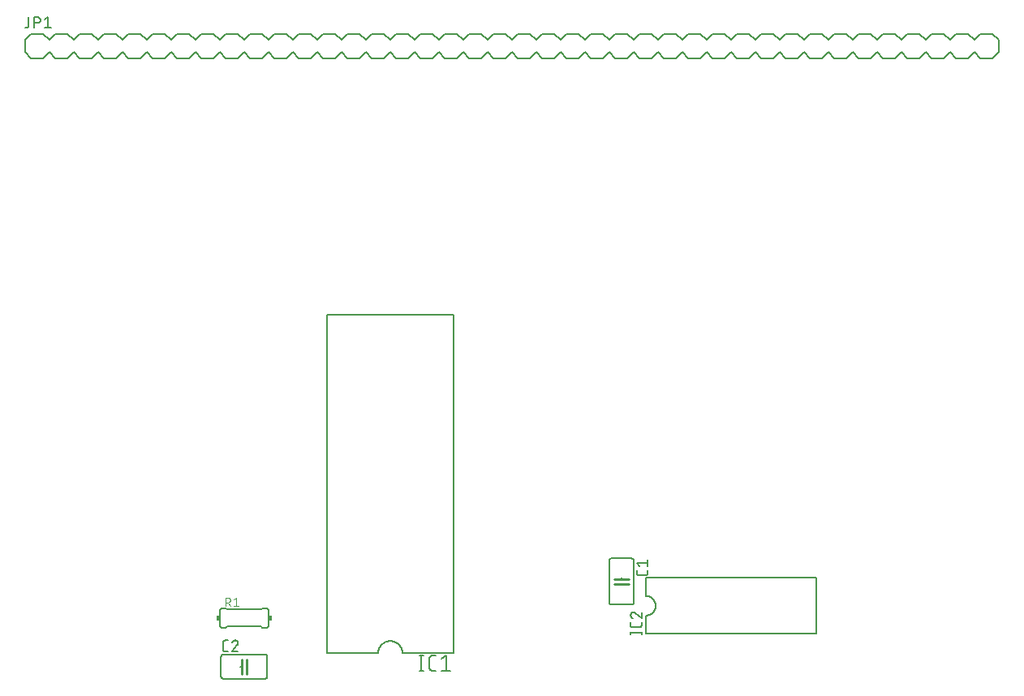
<source format=gbr>
G04 EAGLE Gerber RS-274X export*
G75*
%MOMM*%
%FSLAX34Y34*%
%LPD*%
%INSilkscreen Top*%
%IPPOS*%
%AMOC8*
5,1,8,0,0,1.08239X$1,22.5*%
G01*
%ADD10C,0.152400*%
%ADD11C,0.254000*%
%ADD12C,0.127000*%
%ADD13C,0.177800*%
%ADD14R,0.381000X0.508000*%
%ADD15C,0.101600*%


D10*
X647700Y339090D02*
X647700Y295910D01*
X622300Y295910D02*
X622300Y339090D01*
X624840Y293370D02*
X645160Y293370D01*
X645160Y341630D02*
X624840Y341630D01*
X647700Y295910D02*
X647698Y295810D01*
X647692Y295711D01*
X647682Y295611D01*
X647669Y295513D01*
X647651Y295414D01*
X647630Y295317D01*
X647605Y295221D01*
X647576Y295125D01*
X647543Y295031D01*
X647507Y294938D01*
X647467Y294847D01*
X647423Y294757D01*
X647376Y294669D01*
X647326Y294583D01*
X647272Y294499D01*
X647215Y294417D01*
X647155Y294338D01*
X647091Y294260D01*
X647025Y294186D01*
X646956Y294114D01*
X646884Y294045D01*
X646810Y293979D01*
X646732Y293915D01*
X646653Y293855D01*
X646571Y293798D01*
X646487Y293744D01*
X646401Y293694D01*
X646313Y293647D01*
X646223Y293603D01*
X646132Y293563D01*
X646039Y293527D01*
X645945Y293494D01*
X645849Y293465D01*
X645753Y293440D01*
X645656Y293419D01*
X645557Y293401D01*
X645459Y293388D01*
X645359Y293378D01*
X645260Y293372D01*
X645160Y293370D01*
X647700Y339090D02*
X647698Y339190D01*
X647692Y339289D01*
X647682Y339389D01*
X647669Y339487D01*
X647651Y339586D01*
X647630Y339683D01*
X647605Y339779D01*
X647576Y339875D01*
X647543Y339969D01*
X647507Y340062D01*
X647467Y340153D01*
X647423Y340243D01*
X647376Y340331D01*
X647326Y340417D01*
X647272Y340501D01*
X647215Y340583D01*
X647155Y340662D01*
X647091Y340740D01*
X647025Y340814D01*
X646956Y340886D01*
X646884Y340955D01*
X646810Y341021D01*
X646732Y341085D01*
X646653Y341145D01*
X646571Y341202D01*
X646487Y341256D01*
X646401Y341306D01*
X646313Y341353D01*
X646223Y341397D01*
X646132Y341437D01*
X646039Y341473D01*
X645945Y341506D01*
X645849Y341535D01*
X645753Y341560D01*
X645656Y341581D01*
X645557Y341599D01*
X645459Y341612D01*
X645359Y341622D01*
X645260Y341628D01*
X645160Y341630D01*
X622300Y295910D02*
X622302Y295810D01*
X622308Y295711D01*
X622318Y295611D01*
X622331Y295513D01*
X622349Y295414D01*
X622370Y295317D01*
X622395Y295221D01*
X622424Y295125D01*
X622457Y295031D01*
X622493Y294938D01*
X622533Y294847D01*
X622577Y294757D01*
X622624Y294669D01*
X622674Y294583D01*
X622728Y294499D01*
X622785Y294417D01*
X622845Y294338D01*
X622909Y294260D01*
X622975Y294186D01*
X623044Y294114D01*
X623116Y294045D01*
X623190Y293979D01*
X623268Y293915D01*
X623347Y293855D01*
X623429Y293798D01*
X623513Y293744D01*
X623599Y293694D01*
X623687Y293647D01*
X623777Y293603D01*
X623868Y293563D01*
X623961Y293527D01*
X624055Y293494D01*
X624151Y293465D01*
X624247Y293440D01*
X624344Y293419D01*
X624443Y293401D01*
X624541Y293388D01*
X624641Y293378D01*
X624740Y293372D01*
X624840Y293370D01*
X622300Y339090D02*
X622302Y339190D01*
X622308Y339289D01*
X622318Y339389D01*
X622331Y339487D01*
X622349Y339586D01*
X622370Y339683D01*
X622395Y339779D01*
X622424Y339875D01*
X622457Y339969D01*
X622493Y340062D01*
X622533Y340153D01*
X622577Y340243D01*
X622624Y340331D01*
X622674Y340417D01*
X622728Y340501D01*
X622785Y340583D01*
X622845Y340662D01*
X622909Y340740D01*
X622975Y340814D01*
X623044Y340886D01*
X623116Y340955D01*
X623190Y341021D01*
X623268Y341085D01*
X623347Y341145D01*
X623429Y341202D01*
X623513Y341256D01*
X623599Y341306D01*
X623687Y341353D01*
X623777Y341397D01*
X623868Y341437D01*
X623961Y341473D01*
X624055Y341506D01*
X624151Y341535D01*
X624247Y341560D01*
X624344Y341581D01*
X624443Y341599D01*
X624541Y341612D01*
X624641Y341622D01*
X624740Y341628D01*
X624840Y341630D01*
X635000Y314960D02*
X635000Y313690D01*
D11*
X635000Y314960D02*
X642620Y314960D01*
X635000Y314960D02*
X627380Y314960D01*
X635000Y320040D02*
X642620Y320040D01*
X635000Y320040D02*
X627380Y320040D01*
D10*
X635000Y320040D02*
X635000Y321310D01*
D12*
X662305Y326353D02*
X662305Y328893D01*
X662305Y326353D02*
X662303Y326253D01*
X662297Y326154D01*
X662287Y326054D01*
X662274Y325956D01*
X662256Y325857D01*
X662235Y325760D01*
X662210Y325664D01*
X662181Y325568D01*
X662148Y325474D01*
X662112Y325381D01*
X662072Y325290D01*
X662028Y325200D01*
X661981Y325112D01*
X661931Y325026D01*
X661877Y324942D01*
X661820Y324860D01*
X661760Y324781D01*
X661696Y324703D01*
X661630Y324629D01*
X661561Y324557D01*
X661489Y324488D01*
X661415Y324422D01*
X661337Y324358D01*
X661258Y324298D01*
X661176Y324241D01*
X661092Y324187D01*
X661006Y324137D01*
X660918Y324090D01*
X660828Y324046D01*
X660737Y324006D01*
X660644Y323970D01*
X660550Y323937D01*
X660454Y323908D01*
X660358Y323883D01*
X660261Y323862D01*
X660162Y323844D01*
X660064Y323831D01*
X659964Y323821D01*
X659865Y323815D01*
X659765Y323813D01*
X653415Y323813D01*
X653315Y323815D01*
X653216Y323821D01*
X653116Y323831D01*
X653018Y323844D01*
X652919Y323862D01*
X652822Y323883D01*
X652726Y323908D01*
X652630Y323937D01*
X652536Y323970D01*
X652443Y324006D01*
X652352Y324046D01*
X652262Y324090D01*
X652174Y324137D01*
X652088Y324187D01*
X652004Y324241D01*
X651922Y324298D01*
X651843Y324358D01*
X651765Y324422D01*
X651691Y324488D01*
X651619Y324557D01*
X651550Y324629D01*
X651484Y324703D01*
X651420Y324781D01*
X651360Y324860D01*
X651303Y324942D01*
X651249Y325026D01*
X651199Y325112D01*
X651152Y325200D01*
X651108Y325290D01*
X651068Y325381D01*
X651032Y325474D01*
X650999Y325568D01*
X650970Y325664D01*
X650945Y325760D01*
X650924Y325857D01*
X650906Y325956D01*
X650893Y326054D01*
X650883Y326154D01*
X650877Y326253D01*
X650875Y326353D01*
X650875Y328893D01*
X653415Y333375D02*
X650875Y336550D01*
X662305Y336550D01*
X662305Y333375D02*
X662305Y339725D01*
D10*
X262890Y241300D02*
X219710Y241300D01*
X219710Y215900D02*
X262890Y215900D01*
X265430Y218440D02*
X265430Y238760D01*
X217170Y238760D02*
X217170Y218440D01*
X262890Y241300D02*
X262990Y241298D01*
X263089Y241292D01*
X263189Y241282D01*
X263287Y241269D01*
X263386Y241251D01*
X263483Y241230D01*
X263579Y241205D01*
X263675Y241176D01*
X263769Y241143D01*
X263862Y241107D01*
X263953Y241067D01*
X264043Y241023D01*
X264131Y240976D01*
X264217Y240926D01*
X264301Y240872D01*
X264383Y240815D01*
X264462Y240755D01*
X264540Y240691D01*
X264614Y240625D01*
X264686Y240556D01*
X264755Y240484D01*
X264821Y240410D01*
X264885Y240332D01*
X264945Y240253D01*
X265002Y240171D01*
X265056Y240087D01*
X265106Y240001D01*
X265153Y239913D01*
X265197Y239823D01*
X265237Y239732D01*
X265273Y239639D01*
X265306Y239545D01*
X265335Y239449D01*
X265360Y239353D01*
X265381Y239256D01*
X265399Y239157D01*
X265412Y239059D01*
X265422Y238959D01*
X265428Y238860D01*
X265430Y238760D01*
X219710Y241300D02*
X219610Y241298D01*
X219511Y241292D01*
X219411Y241282D01*
X219313Y241269D01*
X219214Y241251D01*
X219117Y241230D01*
X219021Y241205D01*
X218925Y241176D01*
X218831Y241143D01*
X218738Y241107D01*
X218647Y241067D01*
X218557Y241023D01*
X218469Y240976D01*
X218383Y240926D01*
X218299Y240872D01*
X218217Y240815D01*
X218138Y240755D01*
X218060Y240691D01*
X217986Y240625D01*
X217914Y240556D01*
X217845Y240484D01*
X217779Y240410D01*
X217715Y240332D01*
X217655Y240253D01*
X217598Y240171D01*
X217544Y240087D01*
X217494Y240001D01*
X217447Y239913D01*
X217403Y239823D01*
X217363Y239732D01*
X217327Y239639D01*
X217294Y239545D01*
X217265Y239449D01*
X217240Y239353D01*
X217219Y239256D01*
X217201Y239157D01*
X217188Y239059D01*
X217178Y238959D01*
X217172Y238860D01*
X217170Y238760D01*
X262890Y215900D02*
X262990Y215902D01*
X263089Y215908D01*
X263189Y215918D01*
X263287Y215931D01*
X263386Y215949D01*
X263483Y215970D01*
X263579Y215995D01*
X263675Y216024D01*
X263769Y216057D01*
X263862Y216093D01*
X263953Y216133D01*
X264043Y216177D01*
X264131Y216224D01*
X264217Y216274D01*
X264301Y216328D01*
X264383Y216385D01*
X264462Y216445D01*
X264540Y216509D01*
X264614Y216575D01*
X264686Y216644D01*
X264755Y216716D01*
X264821Y216790D01*
X264885Y216868D01*
X264945Y216947D01*
X265002Y217029D01*
X265056Y217113D01*
X265106Y217199D01*
X265153Y217287D01*
X265197Y217377D01*
X265237Y217468D01*
X265273Y217561D01*
X265306Y217655D01*
X265335Y217751D01*
X265360Y217847D01*
X265381Y217944D01*
X265399Y218043D01*
X265412Y218141D01*
X265422Y218241D01*
X265428Y218340D01*
X265430Y218440D01*
X219710Y215900D02*
X219610Y215902D01*
X219511Y215908D01*
X219411Y215918D01*
X219313Y215931D01*
X219214Y215949D01*
X219117Y215970D01*
X219021Y215995D01*
X218925Y216024D01*
X218831Y216057D01*
X218738Y216093D01*
X218647Y216133D01*
X218557Y216177D01*
X218469Y216224D01*
X218383Y216274D01*
X218299Y216328D01*
X218217Y216385D01*
X218138Y216445D01*
X218060Y216509D01*
X217986Y216575D01*
X217914Y216644D01*
X217845Y216716D01*
X217779Y216790D01*
X217715Y216868D01*
X217655Y216947D01*
X217598Y217029D01*
X217544Y217113D01*
X217494Y217199D01*
X217447Y217287D01*
X217403Y217377D01*
X217363Y217468D01*
X217327Y217561D01*
X217294Y217655D01*
X217265Y217751D01*
X217240Y217847D01*
X217219Y217944D01*
X217201Y218043D01*
X217188Y218141D01*
X217178Y218241D01*
X217172Y218340D01*
X217170Y218440D01*
X243840Y228600D02*
X245110Y228600D01*
D11*
X243840Y228600D02*
X243840Y236220D01*
X243840Y228600D02*
X243840Y220980D01*
X238760Y228600D02*
X238760Y236220D01*
X238760Y228600D02*
X238760Y220980D01*
D10*
X238760Y228600D02*
X237490Y228600D01*
D12*
X224155Y244475D02*
X221615Y244475D01*
X221515Y244477D01*
X221416Y244483D01*
X221316Y244493D01*
X221218Y244506D01*
X221119Y244524D01*
X221022Y244545D01*
X220926Y244570D01*
X220830Y244599D01*
X220736Y244632D01*
X220643Y244668D01*
X220552Y244708D01*
X220462Y244752D01*
X220374Y244799D01*
X220288Y244849D01*
X220204Y244903D01*
X220122Y244960D01*
X220043Y245020D01*
X219965Y245084D01*
X219891Y245150D01*
X219819Y245219D01*
X219750Y245291D01*
X219684Y245365D01*
X219620Y245443D01*
X219560Y245522D01*
X219503Y245604D01*
X219449Y245688D01*
X219399Y245774D01*
X219352Y245862D01*
X219308Y245952D01*
X219268Y246043D01*
X219232Y246136D01*
X219199Y246230D01*
X219170Y246326D01*
X219145Y246422D01*
X219124Y246519D01*
X219106Y246618D01*
X219093Y246716D01*
X219083Y246816D01*
X219077Y246915D01*
X219075Y247015D01*
X219075Y253365D01*
X219077Y253465D01*
X219083Y253564D01*
X219093Y253664D01*
X219106Y253762D01*
X219124Y253861D01*
X219145Y253958D01*
X219170Y254054D01*
X219199Y254150D01*
X219232Y254244D01*
X219268Y254337D01*
X219308Y254428D01*
X219352Y254518D01*
X219399Y254606D01*
X219449Y254692D01*
X219503Y254776D01*
X219560Y254858D01*
X219620Y254937D01*
X219684Y255015D01*
X219750Y255089D01*
X219819Y255161D01*
X219891Y255230D01*
X219965Y255296D01*
X220043Y255360D01*
X220122Y255420D01*
X220204Y255477D01*
X220288Y255531D01*
X220374Y255581D01*
X220462Y255628D01*
X220552Y255672D01*
X220643Y255712D01*
X220736Y255748D01*
X220830Y255781D01*
X220926Y255810D01*
X221022Y255835D01*
X221119Y255856D01*
X221218Y255874D01*
X221316Y255887D01*
X221416Y255897D01*
X221515Y255903D01*
X221615Y255905D01*
X224155Y255905D01*
X232130Y255906D02*
X232234Y255904D01*
X232339Y255898D01*
X232443Y255889D01*
X232546Y255876D01*
X232649Y255858D01*
X232751Y255838D01*
X232853Y255813D01*
X232953Y255785D01*
X233053Y255753D01*
X233151Y255717D01*
X233248Y255678D01*
X233343Y255636D01*
X233437Y255590D01*
X233529Y255540D01*
X233619Y255488D01*
X233707Y255432D01*
X233793Y255372D01*
X233877Y255310D01*
X233958Y255245D01*
X234037Y255177D01*
X234114Y255105D01*
X234187Y255032D01*
X234259Y254955D01*
X234327Y254876D01*
X234392Y254795D01*
X234454Y254711D01*
X234514Y254625D01*
X234570Y254537D01*
X234622Y254447D01*
X234672Y254355D01*
X234718Y254261D01*
X234760Y254166D01*
X234799Y254069D01*
X234835Y253971D01*
X234867Y253871D01*
X234895Y253771D01*
X234920Y253669D01*
X234940Y253567D01*
X234958Y253464D01*
X234971Y253361D01*
X234980Y253257D01*
X234986Y253152D01*
X234988Y253048D01*
X232130Y255905D02*
X232012Y255903D01*
X231893Y255897D01*
X231775Y255888D01*
X231658Y255875D01*
X231541Y255857D01*
X231424Y255837D01*
X231308Y255812D01*
X231193Y255784D01*
X231080Y255751D01*
X230967Y255716D01*
X230855Y255676D01*
X230745Y255634D01*
X230636Y255587D01*
X230528Y255537D01*
X230423Y255484D01*
X230319Y255427D01*
X230217Y255367D01*
X230117Y255304D01*
X230019Y255237D01*
X229923Y255168D01*
X229830Y255095D01*
X229739Y255019D01*
X229650Y254941D01*
X229564Y254859D01*
X229481Y254775D01*
X229400Y254689D01*
X229323Y254599D01*
X229248Y254508D01*
X229176Y254414D01*
X229107Y254317D01*
X229042Y254219D01*
X228979Y254118D01*
X228920Y254015D01*
X228864Y253911D01*
X228812Y253805D01*
X228763Y253697D01*
X228718Y253588D01*
X228676Y253477D01*
X228638Y253365D01*
X234035Y250826D02*
X234111Y250901D01*
X234186Y250980D01*
X234257Y251061D01*
X234326Y251145D01*
X234391Y251231D01*
X234453Y251319D01*
X234513Y251409D01*
X234569Y251501D01*
X234622Y251596D01*
X234671Y251692D01*
X234717Y251790D01*
X234760Y251889D01*
X234799Y251990D01*
X234834Y252092D01*
X234866Y252195D01*
X234894Y252299D01*
X234919Y252404D01*
X234940Y252511D01*
X234957Y252617D01*
X234970Y252724D01*
X234979Y252832D01*
X234985Y252940D01*
X234987Y253048D01*
X234035Y250825D02*
X228637Y244475D01*
X234987Y244475D01*
D10*
X406400Y242570D02*
X459740Y242570D01*
X406400Y242570D02*
X406396Y242879D01*
X406385Y243188D01*
X406366Y243497D01*
X406340Y243805D01*
X406306Y244113D01*
X406265Y244419D01*
X406216Y244725D01*
X406160Y245029D01*
X406096Y245331D01*
X406025Y245632D01*
X405947Y245932D01*
X405862Y246229D01*
X405769Y246524D01*
X405669Y246817D01*
X405562Y247107D01*
X405448Y247394D01*
X405327Y247679D01*
X405199Y247961D01*
X405065Y248239D01*
X404923Y248514D01*
X404775Y248786D01*
X404620Y249053D01*
X404459Y249317D01*
X404292Y249577D01*
X404118Y249833D01*
X403938Y250085D01*
X403752Y250332D01*
X403560Y250574D01*
X403362Y250812D01*
X403159Y251045D01*
X402949Y251273D01*
X402735Y251495D01*
X402515Y251713D01*
X402289Y251925D01*
X402059Y252131D01*
X401824Y252332D01*
X401584Y252527D01*
X401339Y252716D01*
X401090Y252899D01*
X400836Y253076D01*
X400578Y253246D01*
X400316Y253411D01*
X400050Y253569D01*
X399780Y253720D01*
X399507Y253865D01*
X399230Y254003D01*
X398950Y254134D01*
X398667Y254258D01*
X398381Y254376D01*
X398092Y254486D01*
X397801Y254590D01*
X397507Y254686D01*
X397211Y254775D01*
X396912Y254857D01*
X396612Y254932D01*
X396310Y254999D01*
X396007Y255059D01*
X395702Y255111D01*
X395396Y255156D01*
X395089Y255194D01*
X394781Y255224D01*
X394473Y255246D01*
X394164Y255262D01*
X393855Y255269D01*
X393545Y255269D01*
X393236Y255262D01*
X392927Y255246D01*
X392619Y255224D01*
X392311Y255194D01*
X392004Y255156D01*
X391698Y255111D01*
X391393Y255059D01*
X391090Y254999D01*
X390788Y254932D01*
X390488Y254857D01*
X390189Y254775D01*
X389893Y254686D01*
X389599Y254590D01*
X389308Y254486D01*
X389019Y254376D01*
X388733Y254258D01*
X388450Y254134D01*
X388170Y254003D01*
X387893Y253865D01*
X387620Y253720D01*
X387350Y253569D01*
X387084Y253411D01*
X386822Y253246D01*
X386564Y253076D01*
X386310Y252899D01*
X386061Y252716D01*
X385816Y252527D01*
X385576Y252332D01*
X385341Y252131D01*
X385111Y251925D01*
X384885Y251713D01*
X384665Y251495D01*
X384451Y251273D01*
X384241Y251045D01*
X384038Y250812D01*
X383840Y250574D01*
X383648Y250332D01*
X383462Y250085D01*
X383282Y249833D01*
X383108Y249577D01*
X382941Y249317D01*
X382780Y249053D01*
X382625Y248786D01*
X382477Y248514D01*
X382335Y248239D01*
X382201Y247961D01*
X382073Y247679D01*
X381952Y247394D01*
X381838Y247107D01*
X381731Y246817D01*
X381631Y246524D01*
X381538Y246229D01*
X381453Y245932D01*
X381375Y245632D01*
X381304Y245331D01*
X381240Y245029D01*
X381184Y244725D01*
X381135Y244419D01*
X381094Y244113D01*
X381060Y243805D01*
X381034Y243497D01*
X381015Y243188D01*
X381004Y242879D01*
X381000Y242570D01*
X327660Y595630D02*
X459740Y595630D01*
X381000Y242570D02*
X327660Y242570D01*
X327660Y595630D01*
X459740Y595630D02*
X459740Y242570D01*
D13*
X426335Y240411D02*
X426335Y224409D01*
X424557Y224409D02*
X428113Y224409D01*
X428113Y240411D02*
X424557Y240411D01*
X437907Y224409D02*
X441463Y224409D01*
X437907Y224409D02*
X437791Y224411D01*
X437674Y224417D01*
X437558Y224426D01*
X437443Y224439D01*
X437328Y224456D01*
X437213Y224477D01*
X437100Y224502D01*
X436987Y224530D01*
X436875Y224562D01*
X436764Y224598D01*
X436654Y224637D01*
X436546Y224680D01*
X436439Y224726D01*
X436334Y224776D01*
X436231Y224829D01*
X436129Y224885D01*
X436029Y224945D01*
X435931Y225008D01*
X435836Y225075D01*
X435742Y225144D01*
X435651Y225216D01*
X435562Y225291D01*
X435476Y225370D01*
X435393Y225451D01*
X435312Y225534D01*
X435233Y225620D01*
X435158Y225709D01*
X435086Y225800D01*
X435017Y225894D01*
X434950Y225989D01*
X434887Y226087D01*
X434827Y226187D01*
X434771Y226289D01*
X434718Y226392D01*
X434668Y226497D01*
X434622Y226604D01*
X434579Y226712D01*
X434540Y226822D01*
X434504Y226933D01*
X434472Y227045D01*
X434444Y227158D01*
X434419Y227271D01*
X434398Y227386D01*
X434381Y227501D01*
X434368Y227616D01*
X434359Y227732D01*
X434353Y227849D01*
X434351Y227965D01*
X434351Y236855D01*
X434353Y236971D01*
X434359Y237088D01*
X434368Y237204D01*
X434381Y237319D01*
X434398Y237434D01*
X434419Y237549D01*
X434444Y237662D01*
X434472Y237775D01*
X434504Y237887D01*
X434540Y237998D01*
X434579Y238108D01*
X434622Y238216D01*
X434668Y238323D01*
X434718Y238428D01*
X434771Y238531D01*
X434827Y238633D01*
X434887Y238733D01*
X434950Y238831D01*
X435017Y238926D01*
X435086Y239020D01*
X435158Y239111D01*
X435233Y239200D01*
X435312Y239286D01*
X435393Y239369D01*
X435476Y239450D01*
X435562Y239529D01*
X435651Y239604D01*
X435742Y239676D01*
X435836Y239745D01*
X435931Y239812D01*
X436029Y239875D01*
X436129Y239935D01*
X436231Y239991D01*
X436334Y240044D01*
X436439Y240094D01*
X436546Y240140D01*
X436654Y240183D01*
X436764Y240222D01*
X436875Y240258D01*
X436987Y240290D01*
X437100Y240318D01*
X437213Y240343D01*
X437328Y240364D01*
X437443Y240381D01*
X437558Y240394D01*
X437674Y240403D01*
X437791Y240409D01*
X437907Y240411D01*
X441463Y240411D01*
X447421Y236855D02*
X451866Y240411D01*
X451866Y224409D01*
X447421Y224409D02*
X456311Y224409D01*
D10*
X660400Y321310D02*
X838200Y321310D01*
X838200Y262890D02*
X660400Y262890D01*
X838200Y262890D02*
X838200Y321310D01*
X660400Y321310D02*
X660400Y302260D01*
X660400Y281940D02*
X660400Y262890D01*
X660400Y281940D02*
X660647Y281943D01*
X660895Y281952D01*
X661142Y281967D01*
X661388Y281988D01*
X661634Y282015D01*
X661879Y282048D01*
X662124Y282087D01*
X662367Y282132D01*
X662609Y282183D01*
X662850Y282240D01*
X663089Y282302D01*
X663327Y282371D01*
X663563Y282445D01*
X663797Y282525D01*
X664029Y282610D01*
X664259Y282702D01*
X664487Y282798D01*
X664712Y282901D01*
X664935Y283008D01*
X665155Y283122D01*
X665372Y283240D01*
X665587Y283364D01*
X665798Y283493D01*
X666006Y283627D01*
X666211Y283766D01*
X666412Y283910D01*
X666610Y284058D01*
X666804Y284212D01*
X666994Y284370D01*
X667180Y284533D01*
X667362Y284700D01*
X667540Y284872D01*
X667714Y285048D01*
X667884Y285228D01*
X668049Y285413D01*
X668209Y285601D01*
X668365Y285793D01*
X668517Y285989D01*
X668663Y286188D01*
X668805Y286391D01*
X668941Y286598D01*
X669073Y286807D01*
X669199Y287020D01*
X669320Y287236D01*
X669436Y287454D01*
X669546Y287676D01*
X669651Y287900D01*
X669751Y288126D01*
X669845Y288355D01*
X669933Y288586D01*
X670016Y288820D01*
X670093Y289055D01*
X670164Y289292D01*
X670230Y289530D01*
X670289Y289770D01*
X670343Y290012D01*
X670391Y290255D01*
X670433Y290498D01*
X670469Y290743D01*
X670499Y290989D01*
X670523Y291235D01*
X670541Y291482D01*
X670553Y291729D01*
X670559Y291976D01*
X670559Y292224D01*
X670553Y292471D01*
X670541Y292718D01*
X670523Y292965D01*
X670499Y293211D01*
X670469Y293457D01*
X670433Y293702D01*
X670391Y293945D01*
X670343Y294188D01*
X670289Y294430D01*
X670230Y294670D01*
X670164Y294908D01*
X670093Y295145D01*
X670016Y295380D01*
X669933Y295614D01*
X669845Y295845D01*
X669751Y296074D01*
X669651Y296300D01*
X669546Y296524D01*
X669436Y296746D01*
X669320Y296964D01*
X669199Y297180D01*
X669073Y297393D01*
X668941Y297602D01*
X668805Y297809D01*
X668663Y298012D01*
X668517Y298211D01*
X668365Y298407D01*
X668209Y298599D01*
X668049Y298787D01*
X667884Y298972D01*
X667714Y299152D01*
X667540Y299328D01*
X667362Y299500D01*
X667180Y299667D01*
X666994Y299830D01*
X666804Y299988D01*
X666610Y300142D01*
X666412Y300290D01*
X666211Y300434D01*
X666006Y300573D01*
X665798Y300707D01*
X665587Y300836D01*
X665372Y300960D01*
X665155Y301078D01*
X664935Y301192D01*
X664712Y301299D01*
X664487Y301402D01*
X664259Y301498D01*
X664029Y301590D01*
X663797Y301675D01*
X663563Y301755D01*
X663327Y301829D01*
X663089Y301898D01*
X662850Y301960D01*
X662609Y302017D01*
X662367Y302068D01*
X662124Y302113D01*
X661879Y302152D01*
X661634Y302185D01*
X661388Y302212D01*
X661142Y302233D01*
X660895Y302248D01*
X660647Y302257D01*
X660400Y302260D01*
D12*
X655955Y263525D02*
X644525Y263525D01*
X655955Y262255D02*
X655955Y264795D01*
X644525Y264795D02*
X644525Y262255D01*
X655955Y271997D02*
X655955Y274537D01*
X655955Y271997D02*
X655953Y271897D01*
X655947Y271798D01*
X655937Y271698D01*
X655924Y271600D01*
X655906Y271501D01*
X655885Y271404D01*
X655860Y271308D01*
X655831Y271212D01*
X655798Y271118D01*
X655762Y271025D01*
X655722Y270934D01*
X655678Y270844D01*
X655631Y270756D01*
X655581Y270670D01*
X655527Y270586D01*
X655470Y270504D01*
X655410Y270425D01*
X655346Y270347D01*
X655280Y270273D01*
X655211Y270201D01*
X655139Y270132D01*
X655065Y270066D01*
X654987Y270002D01*
X654908Y269942D01*
X654826Y269885D01*
X654742Y269831D01*
X654656Y269781D01*
X654568Y269734D01*
X654478Y269690D01*
X654387Y269650D01*
X654294Y269614D01*
X654200Y269581D01*
X654104Y269552D01*
X654008Y269527D01*
X653911Y269506D01*
X653812Y269488D01*
X653714Y269475D01*
X653614Y269465D01*
X653515Y269459D01*
X653415Y269457D01*
X647065Y269457D01*
X646965Y269459D01*
X646866Y269465D01*
X646766Y269475D01*
X646668Y269488D01*
X646569Y269506D01*
X646472Y269527D01*
X646376Y269552D01*
X646280Y269581D01*
X646186Y269614D01*
X646093Y269650D01*
X646002Y269690D01*
X645912Y269734D01*
X645824Y269781D01*
X645738Y269831D01*
X645654Y269885D01*
X645572Y269942D01*
X645493Y270002D01*
X645415Y270066D01*
X645341Y270132D01*
X645269Y270201D01*
X645200Y270273D01*
X645134Y270347D01*
X645070Y270425D01*
X645010Y270504D01*
X644953Y270586D01*
X644899Y270670D01*
X644849Y270756D01*
X644802Y270844D01*
X644758Y270934D01*
X644718Y271025D01*
X644682Y271118D01*
X644649Y271212D01*
X644620Y271308D01*
X644595Y271404D01*
X644574Y271501D01*
X644556Y271600D01*
X644543Y271698D01*
X644533Y271798D01*
X644527Y271897D01*
X644525Y271997D01*
X644525Y274537D01*
X644525Y282511D02*
X644527Y282615D01*
X644533Y282720D01*
X644542Y282824D01*
X644555Y282927D01*
X644573Y283030D01*
X644593Y283132D01*
X644618Y283234D01*
X644646Y283334D01*
X644678Y283434D01*
X644714Y283532D01*
X644753Y283629D01*
X644795Y283724D01*
X644841Y283818D01*
X644891Y283910D01*
X644943Y284000D01*
X644999Y284088D01*
X645059Y284174D01*
X645121Y284258D01*
X645186Y284339D01*
X645254Y284418D01*
X645326Y284495D01*
X645399Y284568D01*
X645476Y284640D01*
X645555Y284708D01*
X645636Y284773D01*
X645720Y284835D01*
X645806Y284895D01*
X645894Y284951D01*
X645984Y285003D01*
X646076Y285053D01*
X646170Y285099D01*
X646265Y285141D01*
X646362Y285180D01*
X646460Y285216D01*
X646560Y285248D01*
X646660Y285276D01*
X646762Y285301D01*
X646864Y285321D01*
X646967Y285339D01*
X647070Y285352D01*
X647174Y285361D01*
X647279Y285367D01*
X647383Y285369D01*
X644525Y282511D02*
X644527Y282393D01*
X644533Y282274D01*
X644542Y282156D01*
X644555Y282039D01*
X644573Y281922D01*
X644593Y281805D01*
X644618Y281689D01*
X644646Y281574D01*
X644679Y281461D01*
X644714Y281348D01*
X644754Y281236D01*
X644796Y281126D01*
X644843Y281017D01*
X644893Y280909D01*
X644946Y280804D01*
X645003Y280700D01*
X645063Y280598D01*
X645126Y280498D01*
X645193Y280400D01*
X645262Y280304D01*
X645335Y280211D01*
X645411Y280120D01*
X645489Y280031D01*
X645571Y279945D01*
X645655Y279862D01*
X645741Y279781D01*
X645831Y279704D01*
X645922Y279629D01*
X646016Y279557D01*
X646113Y279488D01*
X646211Y279423D01*
X646312Y279360D01*
X646415Y279301D01*
X646519Y279245D01*
X646625Y279193D01*
X646733Y279144D01*
X646842Y279099D01*
X646953Y279057D01*
X647065Y279019D01*
X649605Y284417D02*
X649530Y284493D01*
X649451Y284568D01*
X649370Y284639D01*
X649286Y284708D01*
X649200Y284773D01*
X649112Y284835D01*
X649022Y284895D01*
X648930Y284951D01*
X648835Y285004D01*
X648739Y285053D01*
X648641Y285099D01*
X648542Y285142D01*
X648441Y285181D01*
X648339Y285216D01*
X648236Y285248D01*
X648132Y285276D01*
X648027Y285301D01*
X647920Y285322D01*
X647814Y285339D01*
X647707Y285352D01*
X647599Y285361D01*
X647491Y285367D01*
X647383Y285369D01*
X649605Y284416D02*
X655955Y279019D01*
X655955Y285369D01*
D10*
X488950Y889000D02*
X476250Y889000D01*
X488950Y889000D02*
X495300Y882650D01*
X495300Y869950D02*
X488950Y863600D01*
X450850Y889000D02*
X444500Y882650D01*
X450850Y889000D02*
X463550Y889000D01*
X469900Y882650D01*
X469900Y869950D02*
X463550Y863600D01*
X450850Y863600D01*
X444500Y869950D01*
X469900Y882650D02*
X476250Y889000D01*
X469900Y869950D02*
X476250Y863600D01*
X488950Y863600D01*
X412750Y889000D02*
X400050Y889000D01*
X412750Y889000D02*
X419100Y882650D01*
X419100Y869950D02*
X412750Y863600D01*
X419100Y882650D02*
X425450Y889000D01*
X438150Y889000D01*
X444500Y882650D01*
X444500Y869950D02*
X438150Y863600D01*
X425450Y863600D01*
X419100Y869950D01*
X374650Y889000D02*
X368300Y882650D01*
X374650Y889000D02*
X387350Y889000D01*
X393700Y882650D01*
X393700Y869950D02*
X387350Y863600D01*
X374650Y863600D01*
X368300Y869950D01*
X393700Y882650D02*
X400050Y889000D01*
X393700Y869950D02*
X400050Y863600D01*
X412750Y863600D01*
X336550Y889000D02*
X323850Y889000D01*
X336550Y889000D02*
X342900Y882650D01*
X342900Y869950D02*
X336550Y863600D01*
X342900Y882650D02*
X349250Y889000D01*
X361950Y889000D01*
X368300Y882650D01*
X368300Y869950D02*
X361950Y863600D01*
X349250Y863600D01*
X342900Y869950D01*
X298450Y889000D02*
X292100Y882650D01*
X298450Y889000D02*
X311150Y889000D01*
X317500Y882650D01*
X317500Y869950D02*
X311150Y863600D01*
X298450Y863600D01*
X292100Y869950D01*
X317500Y882650D02*
X323850Y889000D01*
X317500Y869950D02*
X323850Y863600D01*
X336550Y863600D01*
X260350Y889000D02*
X247650Y889000D01*
X260350Y889000D02*
X266700Y882650D01*
X266700Y869950D02*
X260350Y863600D01*
X266700Y882650D02*
X273050Y889000D01*
X285750Y889000D01*
X292100Y882650D01*
X292100Y869950D02*
X285750Y863600D01*
X273050Y863600D01*
X266700Y869950D01*
X222250Y889000D02*
X215900Y882650D01*
X222250Y889000D02*
X234950Y889000D01*
X241300Y882650D01*
X241300Y869950D02*
X234950Y863600D01*
X222250Y863600D01*
X215900Y869950D01*
X241300Y882650D02*
X247650Y889000D01*
X241300Y869950D02*
X247650Y863600D01*
X260350Y863600D01*
X184150Y889000D02*
X171450Y889000D01*
X184150Y889000D02*
X190500Y882650D01*
X190500Y869950D02*
X184150Y863600D01*
X190500Y882650D02*
X196850Y889000D01*
X209550Y889000D01*
X215900Y882650D01*
X215900Y869950D02*
X209550Y863600D01*
X196850Y863600D01*
X190500Y869950D01*
X146050Y889000D02*
X139700Y882650D01*
X146050Y889000D02*
X158750Y889000D01*
X165100Y882650D01*
X165100Y869950D02*
X158750Y863600D01*
X146050Y863600D01*
X139700Y869950D01*
X165100Y882650D02*
X171450Y889000D01*
X165100Y869950D02*
X171450Y863600D01*
X184150Y863600D01*
X107950Y889000D02*
X95250Y889000D01*
X107950Y889000D02*
X114300Y882650D01*
X114300Y869950D02*
X107950Y863600D01*
X114300Y882650D02*
X120650Y889000D01*
X133350Y889000D01*
X139700Y882650D01*
X139700Y869950D02*
X133350Y863600D01*
X120650Y863600D01*
X114300Y869950D01*
X69850Y889000D02*
X63500Y882650D01*
X69850Y889000D02*
X82550Y889000D01*
X88900Y882650D01*
X88900Y869950D02*
X82550Y863600D01*
X69850Y863600D01*
X63500Y869950D01*
X88900Y882650D02*
X95250Y889000D01*
X88900Y869950D02*
X95250Y863600D01*
X107950Y863600D01*
X31750Y889000D02*
X19050Y889000D01*
X31750Y889000D02*
X38100Y882650D01*
X38100Y869950D02*
X31750Y863600D01*
X38100Y882650D02*
X44450Y889000D01*
X57150Y889000D01*
X63500Y882650D01*
X63500Y869950D02*
X57150Y863600D01*
X44450Y863600D01*
X38100Y869950D01*
X12700Y869950D02*
X12700Y882650D01*
X19050Y889000D01*
X12700Y869950D02*
X19050Y863600D01*
X31750Y863600D01*
X501650Y889000D02*
X514350Y889000D01*
X520700Y882650D01*
X520700Y869950D02*
X514350Y863600D01*
X495300Y882650D02*
X501650Y889000D01*
X495300Y869950D02*
X501650Y863600D01*
X514350Y863600D01*
X527050Y889000D02*
X539750Y889000D01*
X546100Y882650D01*
X546100Y869950D02*
X539750Y863600D01*
X520700Y882650D02*
X527050Y889000D01*
X520700Y869950D02*
X527050Y863600D01*
X539750Y863600D01*
X552450Y889000D02*
X565150Y889000D01*
X571500Y882650D01*
X571500Y869950D02*
X565150Y863600D01*
X546100Y882650D02*
X552450Y889000D01*
X546100Y869950D02*
X552450Y863600D01*
X565150Y863600D01*
X577850Y889000D02*
X590550Y889000D01*
X596900Y882650D01*
X596900Y869950D02*
X590550Y863600D01*
X571500Y882650D02*
X577850Y889000D01*
X571500Y869950D02*
X577850Y863600D01*
X590550Y863600D01*
X603250Y889000D02*
X615950Y889000D01*
X622300Y882650D01*
X622300Y869950D02*
X615950Y863600D01*
X596900Y882650D02*
X603250Y889000D01*
X596900Y869950D02*
X603250Y863600D01*
X615950Y863600D01*
X628650Y889000D02*
X641350Y889000D01*
X647700Y882650D01*
X647700Y869950D02*
X641350Y863600D01*
X622300Y882650D02*
X628650Y889000D01*
X622300Y869950D02*
X628650Y863600D01*
X641350Y863600D01*
X654050Y889000D02*
X666750Y889000D01*
X673100Y882650D01*
X673100Y869950D02*
X666750Y863600D01*
X647700Y882650D02*
X654050Y889000D01*
X647700Y869950D02*
X654050Y863600D01*
X666750Y863600D01*
X679450Y889000D02*
X692150Y889000D01*
X698500Y882650D01*
X698500Y869950D02*
X692150Y863600D01*
X673100Y882650D02*
X679450Y889000D01*
X673100Y869950D02*
X679450Y863600D01*
X692150Y863600D01*
X704850Y889000D02*
X717550Y889000D01*
X723900Y882650D01*
X723900Y869950D02*
X717550Y863600D01*
X698500Y882650D02*
X704850Y889000D01*
X698500Y869950D02*
X704850Y863600D01*
X717550Y863600D01*
X730250Y889000D02*
X742950Y889000D01*
X749300Y882650D01*
X749300Y869950D02*
X742950Y863600D01*
X723900Y882650D02*
X730250Y889000D01*
X723900Y869950D02*
X730250Y863600D01*
X742950Y863600D01*
X755650Y889000D02*
X768350Y889000D01*
X774700Y882650D01*
X774700Y869950D02*
X768350Y863600D01*
X749300Y882650D02*
X755650Y889000D01*
X749300Y869950D02*
X755650Y863600D01*
X768350Y863600D01*
X1009650Y889000D02*
X1022350Y889000D01*
X984250Y889000D02*
X977900Y882650D01*
X984250Y889000D02*
X996950Y889000D01*
X1003300Y882650D01*
X1003300Y869950D02*
X996950Y863600D01*
X984250Y863600D01*
X977900Y869950D01*
X1003300Y882650D02*
X1009650Y889000D01*
X1003300Y869950D02*
X1009650Y863600D01*
X1022350Y863600D01*
X946150Y889000D02*
X933450Y889000D01*
X946150Y889000D02*
X952500Y882650D01*
X952500Y869950D02*
X946150Y863600D01*
X952500Y882650D02*
X958850Y889000D01*
X971550Y889000D01*
X977900Y882650D01*
X977900Y869950D02*
X971550Y863600D01*
X958850Y863600D01*
X952500Y869950D01*
X908050Y889000D02*
X901700Y882650D01*
X908050Y889000D02*
X920750Y889000D01*
X927100Y882650D01*
X927100Y869950D02*
X920750Y863600D01*
X908050Y863600D01*
X901700Y869950D01*
X927100Y882650D02*
X933450Y889000D01*
X927100Y869950D02*
X933450Y863600D01*
X946150Y863600D01*
X869950Y889000D02*
X857250Y889000D01*
X869950Y889000D02*
X876300Y882650D01*
X876300Y869950D02*
X869950Y863600D01*
X876300Y882650D02*
X882650Y889000D01*
X895350Y889000D01*
X901700Y882650D01*
X901700Y869950D02*
X895350Y863600D01*
X882650Y863600D01*
X876300Y869950D01*
X831850Y889000D02*
X825500Y882650D01*
X831850Y889000D02*
X844550Y889000D01*
X850900Y882650D01*
X850900Y869950D02*
X844550Y863600D01*
X831850Y863600D01*
X825500Y869950D01*
X850900Y882650D02*
X857250Y889000D01*
X850900Y869950D02*
X857250Y863600D01*
X869950Y863600D01*
X793750Y889000D02*
X781050Y889000D01*
X793750Y889000D02*
X800100Y882650D01*
X800100Y869950D02*
X793750Y863600D01*
X800100Y882650D02*
X806450Y889000D01*
X819150Y889000D01*
X825500Y882650D01*
X825500Y869950D02*
X819150Y863600D01*
X806450Y863600D01*
X800100Y869950D01*
X781050Y889000D02*
X774700Y882650D01*
X774700Y869950D02*
X781050Y863600D01*
X793750Y863600D01*
X1028700Y869950D02*
X1028700Y882650D01*
X1022350Y889000D01*
X1028700Y869950D02*
X1022350Y863600D01*
D12*
X16383Y897763D02*
X16383Y906653D01*
X16383Y897763D02*
X16381Y897663D01*
X16375Y897564D01*
X16365Y897464D01*
X16352Y897366D01*
X16334Y897267D01*
X16313Y897170D01*
X16288Y897074D01*
X16259Y896978D01*
X16226Y896884D01*
X16190Y896791D01*
X16150Y896700D01*
X16106Y896610D01*
X16059Y896522D01*
X16009Y896436D01*
X15955Y896352D01*
X15898Y896270D01*
X15838Y896191D01*
X15774Y896113D01*
X15708Y896039D01*
X15639Y895967D01*
X15567Y895898D01*
X15493Y895832D01*
X15415Y895768D01*
X15336Y895708D01*
X15254Y895651D01*
X15170Y895597D01*
X15084Y895547D01*
X14996Y895500D01*
X14906Y895456D01*
X14815Y895416D01*
X14722Y895380D01*
X14628Y895347D01*
X14532Y895318D01*
X14436Y895293D01*
X14339Y895272D01*
X14240Y895254D01*
X14142Y895241D01*
X14042Y895231D01*
X13943Y895225D01*
X13843Y895223D01*
X12573Y895223D01*
X22363Y895223D02*
X22363Y906653D01*
X25538Y906653D01*
X25649Y906651D01*
X25759Y906645D01*
X25870Y906636D01*
X25980Y906622D01*
X26089Y906605D01*
X26198Y906584D01*
X26306Y906559D01*
X26413Y906530D01*
X26519Y906498D01*
X26624Y906462D01*
X26727Y906422D01*
X26829Y906379D01*
X26930Y906332D01*
X27029Y906281D01*
X27126Y906228D01*
X27220Y906171D01*
X27313Y906110D01*
X27404Y906047D01*
X27493Y905980D01*
X27579Y905910D01*
X27662Y905837D01*
X27744Y905762D01*
X27822Y905684D01*
X27897Y905602D01*
X27970Y905519D01*
X28040Y905433D01*
X28107Y905344D01*
X28170Y905253D01*
X28231Y905160D01*
X28288Y905065D01*
X28341Y904969D01*
X28392Y904870D01*
X28439Y904769D01*
X28482Y904667D01*
X28522Y904564D01*
X28558Y904459D01*
X28590Y904353D01*
X28619Y904246D01*
X28644Y904138D01*
X28665Y904029D01*
X28682Y903920D01*
X28696Y903810D01*
X28705Y903699D01*
X28711Y903589D01*
X28713Y903478D01*
X28711Y903367D01*
X28705Y903257D01*
X28696Y903146D01*
X28682Y903036D01*
X28665Y902927D01*
X28644Y902818D01*
X28619Y902710D01*
X28590Y902603D01*
X28558Y902497D01*
X28522Y902392D01*
X28482Y902289D01*
X28439Y902187D01*
X28392Y902086D01*
X28341Y901987D01*
X28288Y901891D01*
X28231Y901796D01*
X28170Y901703D01*
X28107Y901612D01*
X28040Y901523D01*
X27970Y901437D01*
X27897Y901354D01*
X27822Y901272D01*
X27744Y901194D01*
X27662Y901119D01*
X27579Y901046D01*
X27493Y900976D01*
X27404Y900909D01*
X27313Y900846D01*
X27220Y900785D01*
X27125Y900728D01*
X27029Y900675D01*
X26930Y900624D01*
X26829Y900577D01*
X26727Y900534D01*
X26624Y900494D01*
X26519Y900458D01*
X26413Y900426D01*
X26306Y900397D01*
X26198Y900372D01*
X26089Y900351D01*
X25980Y900334D01*
X25870Y900320D01*
X25759Y900311D01*
X25649Y900305D01*
X25538Y900303D01*
X22363Y900303D01*
X33222Y904113D02*
X36397Y906653D01*
X36397Y895223D01*
X33222Y895223D02*
X39572Y895223D01*
D10*
X218440Y289560D02*
X218340Y289558D01*
X218241Y289552D01*
X218141Y289542D01*
X218043Y289529D01*
X217944Y289511D01*
X217847Y289490D01*
X217751Y289465D01*
X217655Y289436D01*
X217561Y289403D01*
X217468Y289367D01*
X217377Y289327D01*
X217287Y289283D01*
X217199Y289236D01*
X217113Y289186D01*
X217029Y289132D01*
X216947Y289075D01*
X216868Y289015D01*
X216790Y288951D01*
X216716Y288885D01*
X216644Y288816D01*
X216575Y288744D01*
X216509Y288670D01*
X216445Y288592D01*
X216385Y288513D01*
X216328Y288431D01*
X216274Y288347D01*
X216224Y288261D01*
X216177Y288173D01*
X216133Y288083D01*
X216093Y287992D01*
X216057Y287899D01*
X216024Y287805D01*
X215995Y287709D01*
X215970Y287613D01*
X215949Y287516D01*
X215931Y287417D01*
X215918Y287319D01*
X215908Y287219D01*
X215902Y287120D01*
X215900Y287020D01*
X215900Y271780D02*
X215902Y271680D01*
X215908Y271581D01*
X215918Y271481D01*
X215931Y271383D01*
X215949Y271284D01*
X215970Y271187D01*
X215995Y271091D01*
X216024Y270995D01*
X216057Y270901D01*
X216093Y270808D01*
X216133Y270717D01*
X216177Y270627D01*
X216224Y270539D01*
X216274Y270453D01*
X216328Y270369D01*
X216385Y270287D01*
X216445Y270208D01*
X216509Y270130D01*
X216575Y270056D01*
X216644Y269984D01*
X216716Y269915D01*
X216790Y269849D01*
X216868Y269785D01*
X216947Y269725D01*
X217029Y269668D01*
X217113Y269614D01*
X217199Y269564D01*
X217287Y269517D01*
X217377Y269473D01*
X217468Y269433D01*
X217561Y269397D01*
X217655Y269364D01*
X217751Y269335D01*
X217847Y269310D01*
X217944Y269289D01*
X218043Y269271D01*
X218141Y269258D01*
X218241Y269248D01*
X218340Y269242D01*
X218440Y269240D01*
X264160Y269240D02*
X264260Y269242D01*
X264359Y269248D01*
X264459Y269258D01*
X264557Y269271D01*
X264656Y269289D01*
X264753Y269310D01*
X264849Y269335D01*
X264945Y269364D01*
X265039Y269397D01*
X265132Y269433D01*
X265223Y269473D01*
X265313Y269517D01*
X265401Y269564D01*
X265487Y269614D01*
X265571Y269668D01*
X265653Y269725D01*
X265732Y269785D01*
X265810Y269849D01*
X265884Y269915D01*
X265956Y269984D01*
X266025Y270056D01*
X266091Y270130D01*
X266155Y270208D01*
X266215Y270287D01*
X266272Y270369D01*
X266326Y270453D01*
X266376Y270539D01*
X266423Y270627D01*
X266467Y270717D01*
X266507Y270808D01*
X266543Y270901D01*
X266576Y270995D01*
X266605Y271091D01*
X266630Y271187D01*
X266651Y271284D01*
X266669Y271383D01*
X266682Y271481D01*
X266692Y271581D01*
X266698Y271680D01*
X266700Y271780D01*
X266700Y287020D02*
X266698Y287120D01*
X266692Y287219D01*
X266682Y287319D01*
X266669Y287417D01*
X266651Y287516D01*
X266630Y287613D01*
X266605Y287709D01*
X266576Y287805D01*
X266543Y287899D01*
X266507Y287992D01*
X266467Y288083D01*
X266423Y288173D01*
X266376Y288261D01*
X266326Y288347D01*
X266272Y288431D01*
X266215Y288513D01*
X266155Y288592D01*
X266091Y288670D01*
X266025Y288744D01*
X265956Y288816D01*
X265884Y288885D01*
X265810Y288951D01*
X265732Y289015D01*
X265653Y289075D01*
X265571Y289132D01*
X265487Y289186D01*
X265401Y289236D01*
X265313Y289283D01*
X265223Y289327D01*
X265132Y289367D01*
X265039Y289403D01*
X264945Y289436D01*
X264849Y289465D01*
X264753Y289490D01*
X264656Y289511D01*
X264557Y289529D01*
X264459Y289542D01*
X264359Y289552D01*
X264260Y289558D01*
X264160Y289560D01*
X215900Y287020D02*
X215900Y271780D01*
X218440Y289560D02*
X222250Y289560D01*
X223520Y288290D01*
X222250Y269240D02*
X218440Y269240D01*
X222250Y269240D02*
X223520Y270510D01*
X259080Y288290D02*
X260350Y289560D01*
X259080Y288290D02*
X223520Y288290D01*
X259080Y270510D02*
X260350Y269240D01*
X259080Y270510D02*
X223520Y270510D01*
X260350Y289560D02*
X264160Y289560D01*
X264160Y269240D02*
X260350Y269240D01*
X266700Y271780D02*
X266700Y287020D01*
D14*
X268605Y279400D03*
X213995Y279400D03*
D15*
X221742Y291592D02*
X221742Y300482D01*
X224211Y300482D01*
X224309Y300480D01*
X224407Y300474D01*
X224505Y300464D01*
X224602Y300451D01*
X224699Y300433D01*
X224795Y300412D01*
X224889Y300387D01*
X224983Y300358D01*
X225076Y300326D01*
X225167Y300289D01*
X225257Y300250D01*
X225345Y300206D01*
X225431Y300159D01*
X225516Y300109D01*
X225598Y300056D01*
X225678Y299999D01*
X225756Y299939D01*
X225831Y299876D01*
X225904Y299810D01*
X225974Y299741D01*
X226041Y299670D01*
X226106Y299596D01*
X226167Y299519D01*
X226226Y299440D01*
X226281Y299359D01*
X226333Y299276D01*
X226381Y299190D01*
X226426Y299103D01*
X226468Y299014D01*
X226506Y298924D01*
X226540Y298832D01*
X226571Y298739D01*
X226598Y298644D01*
X226621Y298549D01*
X226641Y298452D01*
X226656Y298356D01*
X226668Y298258D01*
X226676Y298160D01*
X226680Y298062D01*
X226680Y297964D01*
X226676Y297866D01*
X226668Y297768D01*
X226656Y297670D01*
X226641Y297574D01*
X226621Y297477D01*
X226598Y297382D01*
X226571Y297287D01*
X226540Y297194D01*
X226506Y297102D01*
X226468Y297012D01*
X226426Y296923D01*
X226381Y296836D01*
X226333Y296750D01*
X226281Y296667D01*
X226226Y296586D01*
X226167Y296507D01*
X226106Y296430D01*
X226041Y296356D01*
X225974Y296285D01*
X225904Y296216D01*
X225831Y296150D01*
X225756Y296087D01*
X225678Y296027D01*
X225598Y295970D01*
X225516Y295917D01*
X225431Y295867D01*
X225345Y295820D01*
X225257Y295776D01*
X225167Y295737D01*
X225076Y295700D01*
X224983Y295668D01*
X224889Y295639D01*
X224795Y295614D01*
X224699Y295593D01*
X224602Y295575D01*
X224505Y295562D01*
X224407Y295552D01*
X224309Y295546D01*
X224211Y295544D01*
X224211Y295543D02*
X221742Y295543D01*
X224705Y295543D02*
X226681Y291592D01*
X230592Y298506D02*
X233061Y300482D01*
X233061Y291592D01*
X230592Y291592D02*
X235531Y291592D01*
M02*

</source>
